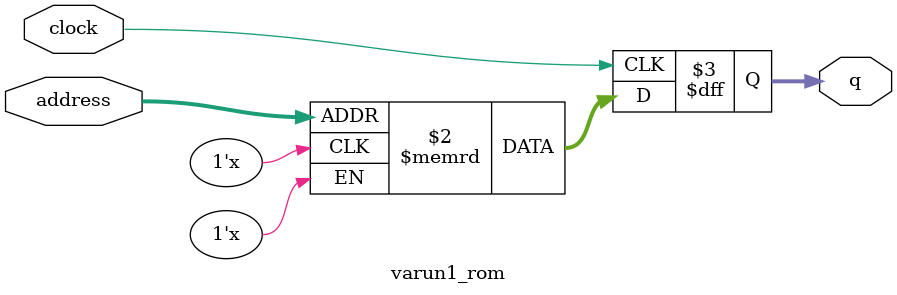
<source format=sv>
module varun1_rom (
	input logic clock,
	input logic [11:0] address,
	output logic [8:0] q
);

logic [8:0] memory [0:2149] /* synthesis ram_init_file = "./varun1/varun1.mif" */;

always_ff @ (posedge clock) begin
	q <= memory[address];
end

endmodule

</source>
